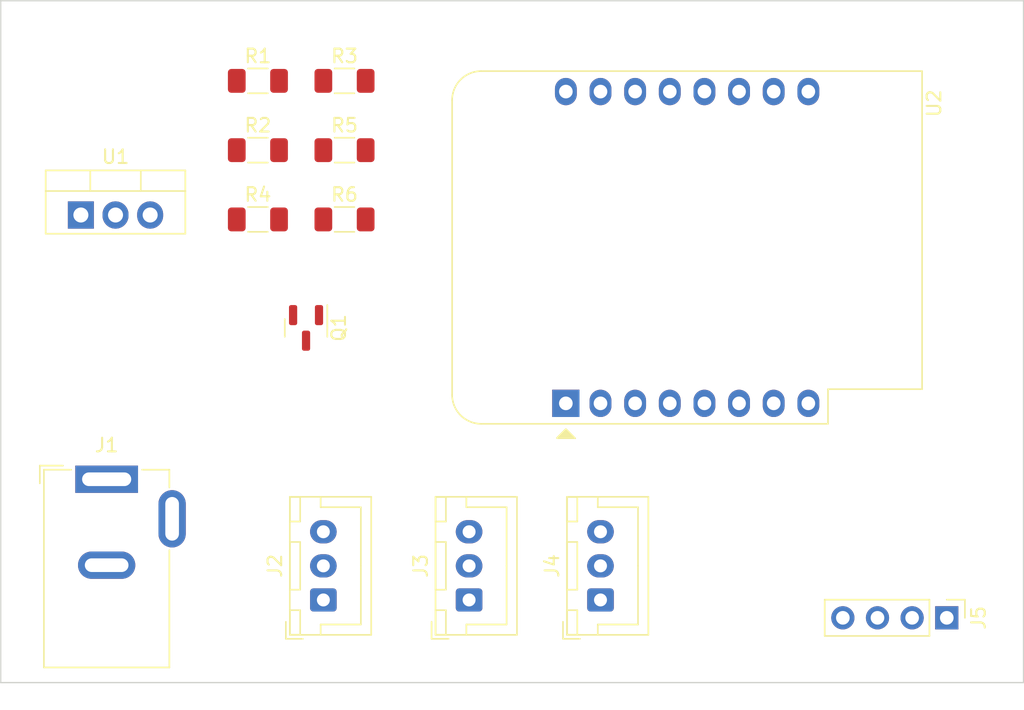
<source format=kicad_pcb>
(kicad_pcb (version 20211014) (generator pcbnew)
  (layers (0 "F.Cu" signal) (31 "B.Cu" signal) (34 "B.Paste" user) (35 "F.Paste" user) (36 "B.SilkS" user "B.Silkscreen") (37 "F.SilkS" user "F.Silkscreen") (38 "B.Mask" user) (39 "F.Mask" user) (44 "Edge.Cuts" user))
  (net 0 "")
  (net 1 "+12V")
  (net 2 "GND")
  (net 3 "Net-(J2-Pad2)")
  (net 4 "+3V3")
  (net 5 "Net-(J5-Pad3)")
  (net 6 "Net-(J5-Pad4)")
  (net 7 "Net-(Q1-Pad2)")
  (net 8 "Net-(R4-Pad2)")
  (net 9 "+5V")
  (footprint "Resistor_SMD:R_1206_3216Metric_Pad1.30x1.75mm_HandSolder" (layer "F.Cu") (at 68.86 66.04)
    (fp_text reference "R4" (at 0 -1.82) (layer "F.SilkS"))
    (fp_text value "10K")
    (fp_line (start -0.727064 -0.91) (end 0.727064 -0.91) (layer "F.SilkS") (width 0.12))
    (fp_line (start -0.727064 0.91) (end 0.727064 0.91) (layer "F.SilkS") (width 0.12))
    (pad "1" smd roundrect locked (at -1.55 0) (size 1.3 1.75) (layers "F.Cu" "F.Paste" "F.Mask") (roundrect_rratio 0.192308) (net 2 "GND"))
    (pad "2" smd roundrect locked (at 1.55 0) (size 1.3 1.75) (layers "F.Cu" "F.Paste" "F.Mask") (roundrect_rratio 0.192308) (net 8 "Net-(R4-Pad2)"))
  )
  (footprint "Connector_JST:JST_XH_B3B-XH-A_1x03_P2.50mm_Vertical" (layer "F.Cu") (at 93.98 93.94 90)
    (fp_text reference "J4" (at 2.5 -3.55 90) (layer "F.SilkS"))
    (fp_text value "Conn_01x03_Male")
    (fp_line (start -1.6 -2.75) (end -2.85 -2.75) (layer "F.SilkS") (width 0.12))
    (fp_line (start 6.8 2.75) (end 2.5 2.75) (layer "F.SilkS") (width 0.12))
    (fp_line (start 0.75 -2.45) (end 0.75 -1.7) (layer "F.SilkS") (width 0.12))
    (fp_line (start 7.55 -1.7) (end 7.55 -2.45) (layer "F.SilkS") (width 0.12))
    (fp_line (start 0.75 -1.7) (end 4.25 -1.7) (layer "F.SilkS") (width 0.12))
    (fp_line (start 7.56 3.51) (end 7.56 -2.46) (layer "F.SilkS") (width 0.12))
    (fp_line (start -2.55 -1.7) (end -0.75 -1.7) (layer "F.SilkS") (width 0.12))
    (fp_line (start 4.25 -2.45) (end 0.75 -2.45) (layer "F.SilkS") (width 0.12))
    (fp_line (start -1.8 2.75) (end 2.5 2.75) (layer "F.SilkS") (width 0.12))
    (fp_line (start 7.55 -2.45) (end 5.75 -2.45) (layer "F.SilkS") (width 0.12))
    (fp_line (start -0.75 -2.45) (end -2.55 -2.45) (layer "F.SilkS") (width 0.12))
    (fp_line (start -2.55 -2.45) (end -2.55 -1.7) (layer "F.SilkS") (width 0.12))
    (fp_line (start -1.8 -0.2) (end -1.8 2.75) (layer "F.SilkS") (width 0.12))
    (fp_line (start -0.75 -1.7) (end -0.75 -2.45) (layer "F.SilkS") (width 0.12))
    (fp_line (start 5.75 -1.7) (end 7.55 -1.7) (layer "F.SilkS") (width 0.12))
    (fp_line (start 4.25 -1.7) (end 4.25 -2.45) (layer "F.SilkS") (width 0.12))
    (fp_line (start -2.56 -2.46) (end -2.56 3.51) (layer "F.SilkS") (width 0.12))
    (fp_line (start -2.55 -0.2) (end -1.8 -0.2) (layer "F.SilkS") (width 0.12))
    (fp_line (start -2.85 -2.75) (end -2.85 -1.5) (layer "F.SilkS") (width 0.12))
    (fp_line (start 6.8 -0.2) (end 6.8 2.75) (layer "F.SilkS") (width 0.12))
    (fp_line (start 5.75 -2.45) (end 5.75 -1.7) (layer "F.SilkS") (width 0.12))
    (fp_line (start -2.56 3.51) (end 7.56 3.51) (layer "F.SilkS") (width 0.12))
    (fp_line (start 7.56 -2.46) (end -2.56 -2.46) (layer "F.SilkS") (width 0.12))
    (fp_line (start 7.55 -0.2) (end 6.8 -0.2) (layer "F.SilkS") (width 0.12))
    (pad "1" thru_hole roundrect locked (at 0 0 90) (size 1.7 1.95) (drill 0.95) (layers *.Cu *.Mask) (roundrect_rratio 0.147059) (net 2 "GND"))
    (pad "2" thru_hole oval locked (at 2.5 0 90) (size 1.7 1.95) (drill 0.95) (layers *.Cu *.Mask) (net 3 "Net-(J2-Pad2)"))
    (pad "3" thru_hole oval locked (at 5 0 90) (size 1.7 1.95) (drill 0.95) (layers *.Cu *.Mask) (net 4 "+3V3"))
  )
  (footprint "Connector_BarrelJack:BarrelJack_GCT_DCJ200-10-A_Horizontal" (layer "F.Cu") (at 57.77 85.09)
    (fp_text reference "J1" (at 0 -2.5) (layer "F.SilkS"))
    (fp_text value "Barrel_Jack")
    (fp_line (start -4.6 -0.7) (end -2.6 -0.7) (layer "F.SilkS") (width 0.12))
    (fp_line (start -4.6 13.8) (end -4.6 -0.7) (layer "F.SilkS") (width 0.12))
    (fp_line (start -4.9 -1) (end -4.9 0.3) (layer "F.SilkS") (width 0.12))
    (fp_line (start 4.6 -0.7) (end 4.6 0.6) (layer "F.SilkS") (width 0.12))
    (fp_line (start 4.6 5.2) (end 4.6 13.8) (layer "F.SilkS") (width 0.12))
    (fp_line (start 4.6 13.8) (end -4.6 13.8) (layer "F.SilkS") (width 0.12))
    (fp_line (start -3.2 -1) (end -4.9 -1) (layer "F.SilkS") (width 0.12))
    (fp_line (start 2.6 -0.7) (end 4.6 -0.7) (layer "F.SilkS") (width 0.12))
    (pad "1" thru_hole rect locked (at 0 0) (size 4.6 2) (drill oval 3.6 1) (layers *.Cu *.Mask) (net 1 "+12V"))
    (pad "2" thru_hole oval locked (at 0 6.3) (size 4.2 2) (drill oval 3.2 1) (layers *.Cu *.Mask) (net 2 "GND"))
    (pad "3" thru_hole oval locked (at 4.8 2.9) (size 2 4.2) (drill oval 1 3.2) (layers *.Cu *.Mask))
  )
  (footprint "Resistor_SMD:R_1206_3216Metric_Pad1.30x1.75mm_HandSolder" (layer "F.Cu") (at 68.86 55.88)
    (fp_text reference "R1" (at 0 -1.82) (layer "F.SilkS"))
    (fp_text value "10K")
    (fp_line (start -0.727064 0.91) (end 0.727064 0.91) (layer "F.SilkS") (width 0.12))
    (fp_line (start -0.727064 -0.91) (end 0.727064 -0.91) (layer "F.SilkS") (width 0.12))
    (pad "1" smd roundrect locked (at -1.55 0) (size 1.3 1.75) (layers "F.Cu" "F.Paste" "F.Mask") (roundrect_rratio 0.192308) (net 1 "+12V"))
    (pad "2" smd roundrect locked (at 1.55 0) (size 1.3 1.75) (layers "F.Cu" "F.Paste" "F.Mask") (roundrect_rratio 0.192308) (net 6 "Net-(J5-Pad4)"))
  )
  (footprint "Connector_PinHeader_2.54mm:PinHeader_1x04_P2.54mm_Vertical" (layer "F.Cu") (at 119.37 95.25 -90)
    (fp_text reference "J5" (at 0 -2.33 90) (layer "F.SilkS"))
    (fp_text value "Conn_01x04_Male")
    (fp_line (start -1.33 1.27) (end 1.33 1.27) (layer "F.SilkS") (width 0.12))
    (fp_line (start -1.33 1.27) (end -1.33 8.95) (layer "F.SilkS") (width 0.12))
    (fp_line (start 1.33 1.27) (end 1.33 8.95) (layer "F.SilkS") (width 0.12))
    (fp_line (start -1.33 -1.33) (end 0 -1.33) (layer "F.SilkS") (width 0.12))
    (fp_line (start -1.33 8.95) (end 1.33 8.95) (layer "F.SilkS") (width 0.12))
    (fp_line (start -1.33 0) (end -1.33 -1.33) (layer "F.SilkS") (width 0.12))
    (pad "1" thru_hole rect locked (at 0 0 270) (size 1.7 1.7) (drill 1) (layers *.Cu *.Mask) (net 2 "GND"))
    (pad "2" thru_hole oval locked (at 0 2.54 270) (size 1.7 1.7) (drill 1) (layers *.Cu *.Mask) (net 1 "+12V"))
    (pad "3" thru_hole oval locked (at 0 5.08 270) (size 1.7 1.7) (drill 1) (layers *.Cu *.Mask) (net 5 "Net-(J5-Pad3)"))
    (pad "4" thru_hole oval locked (at 0 7.62 270) (size 1.7 1.7) (drill 1) (layers *.Cu *.Mask) (net 6 "Net-(J5-Pad4)"))
  )
  (footprint "Resistor_SMD:R_1206_3216Metric_Pad1.30x1.75mm_HandSolder" (layer "F.Cu") (at 75.21 60.96)
    (fp_text reference "R5" (at 0 -1.82) (layer "F.SilkS"))
    (fp_text value "4K7")
    (fp_line (start -0.727064 -0.91) (end 0.727064 -0.91) (layer "F.SilkS") (width 0.12))
    (fp_line (start -0.727064 0.91) (end 0.727064 0.91) (layer "F.SilkS") (width 0.12))
    (pad "1" smd roundrect locked (at -1.55 0) (size 1.3 1.75) (layers "F.Cu" "F.Paste" "F.Mask") (roundrect_rratio 0.192308) (net 2 "GND"))
    (pad "2" smd roundrect locked (at 1.55 0) (size 1.3 1.75) (layers "F.Cu" "F.Paste" "F.Mask") (roundrect_rratio 0.192308) (net 5 "Net-(J5-Pad3)"))
  )
  (footprint "Resistor_SMD:R_1206_3216Metric_Pad1.30x1.75mm_HandSolder" (layer "F.Cu") (at 75.21 66.04)
    (fp_text reference "R6" (at 0 -1.82) (layer "F.SilkS"))
    (fp_text value "27K4")
    (fp_line (start -0.727064 0.91) (end 0.727064 0.91) (layer "F.SilkS") (width 0.12))
    (fp_line (start -0.727064 -0.91) (end 0.727064 -0.91) (layer "F.SilkS") (width 0.12))
    (pad "1" smd roundrect locked (at -1.55 0) (size 1.3 1.75) (layers "F.Cu" "F.Paste" "F.Mask") (roundrect_rratio 0.192308) (net 8 "Net-(R4-Pad2)"))
    (pad "2" smd roundrect locked (at 1.55 0) (size 1.3 1.75) (layers "F.Cu" "F.Paste" "F.Mask") (roundrect_rratio 0.192308) (net 5 "Net-(J5-Pad3)"))
  )
  (footprint "Resistor_SMD:R_1206_3216Metric_Pad1.30x1.75mm_HandSolder" (layer "F.Cu") (at 75.21 55.88)
    (fp_text reference "R3" (at 0 -1.82) (layer "F.SilkS"))
    (fp_text value "4K7")
    (fp_line (start -0.727064 -0.91) (end 0.727064 -0.91) (layer "F.SilkS") (width 0.12))
    (fp_line (start -0.727064 0.91) (end 0.727064 0.91) (layer "F.SilkS") (width 0.12))
    (pad "1" smd roundrect locked (at -1.55 0) (size 1.3 1.75) (layers "F.Cu" "F.Paste" "F.Mask") (roundrect_rratio 0.192308) (net 3 "Net-(J2-Pad2)"))
    (pad "2" smd roundrect locked (at 1.55 0) (size 1.3 1.75) (layers "F.Cu" "F.Paste" "F.Mask") (roundrect_rratio 0.192308) (net 4 "+3V3"))
  )
  (footprint "Connector_JST:JST_XH_B3B-XH-A_1x03_P2.50mm_Vertical" (layer "F.Cu") (at 84.345 93.94 90)
    (fp_text reference "J3" (at 2.5 -3.55 90) (layer "F.SilkS"))
    (fp_text value "Conn_01x03_Male")
    (fp_line (start -2.55 -1.7) (end -0.75 -1.7) (layer "F.SilkS") (width 0.12))
    (fp_line (start 4.25 -2.45) (end 0.75 -2.45) (layer "F.SilkS") (width 0.12))
    (fp_line (start -2.55 -0.2) (end -1.8 -0.2) (layer "F.SilkS") (width 0.12))
    (fp_line (start 7.56 3.51) (end 7.56 -2.46) (layer "F.SilkS") (width 0.12))
    (fp_line (start -2.55 -2.45) (end -2.55 -1.7) (layer "F.SilkS") (width 0.12))
    (fp_line (start -1.6 -2.75) (end -2.85 -2.75) (layer "F.SilkS") (width 0.12))
    (fp_line (start -2.85 -2.75) (end -2.85 -1.5) (layer "F.SilkS") (width 0.12))
    (fp_line (start 6.8 -0.2) (end 6.8 2.75) (layer "F.SilkS") (width 0.12))
    (fp_line (start 6.8 2.75) (end 2.5 2.75) (layer "F.SilkS") (width 0.12))
    (fp_line (start 7.55 -1.7) (end 7.55 -2.45) (layer "F.SilkS") (width 0.12))
    (fp_line (start -1.8 -0.2) (end -1.8 2.75) (layer "F.SilkS") (width 0.12))
    (fp_line (start 7.55 -2.45) (end 5.75 -2.45) (layer "F.SilkS") (width 0.12))
    (fp_line (start 0.75 -2.45) (end 0.75 -1.7) (layer "F.SilkS") (width 0.12))
    (fp_line (start -1.8 2.75) (end 2.5 2.75) (layer "F.SilkS") (width 0.12))
    (fp_line (start 7.56 -2.46) (end -2.56 -2.46) (layer "F.SilkS") (width 0.12))
    (fp_line (start 7.55 -0.2) (end 6.8 -0.2) (layer "F.SilkS") (width 0.12))
    (fp_line (start 4.25 -1.7) (end 4.25 -2.45) (layer "F.SilkS") (width 0.12))
    (fp_line (start -0.75 -2.45) (end -2.55 -2.45) (layer "F.SilkS") (width 0.12))
    (fp_line (start 5.75 -2.45) (end 5.75 -1.7) (layer "F.SilkS") (width 0.12))
    (fp_line (start 0.75 -1.7) (end 4.25 -1.7) (layer "F.SilkS") (width 0.12))
    (fp_line (start -2.56 -2.46) (end -2.56 3.51) (layer "F.SilkS") (width 0.12))
    (fp_line (start -2.56 3.51) (end 7.56 3.51) (layer "F.SilkS") (width 0.12))
    (fp_line (start -0.75 -1.7) (end -0.75 -2.45) (layer "F.SilkS") (width 0.12))
    (fp_line (start 5.75 -1.7) (end 7.55 -1.7) (layer "F.SilkS") (width 0.12))
    (pad "1" thru_hole roundrect locked (at 0 0 90) (size 1.7 1.95) (drill 0.95) (layers *.Cu *.Mask) (roundrect_rratio 0.147059) (net 2 "GND"))
    (pad "2" thru_hole oval locked (at 2.5 0 90) (size 1.7 1.95) (drill 0.95) (layers *.Cu *.Mask) (net 3 "Net-(J2-Pad2)"))
    (pad "3" thru_hole oval locked (at 5 0 90) (size 1.7 1.95) (drill 0.95) (layers *.Cu *.Mask) (net 4 "+3V3"))
  )
  (footprint "Connector_JST:JST_XH_B3B-XH-A_1x03_P2.50mm_Vertical" (layer "F.Cu") (at 73.66 93.94 90)
    (fp_text reference "J2" (at 2.5 -3.55 90) (layer "F.SilkS"))
    (fp_text value "Conn_01x03_Male")
    (fp_line (start 7.55 -2.45) (end 5.75 -2.45) (layer "F.SilkS") (width 0.12))
    (fp_line (start 4.25 -1.7) (end 4.25 -2.45) (layer "F.SilkS") (width 0.12))
    (fp_line (start 6.8 2.75) (end 2.5 2.75) (layer "F.SilkS") (width 0.12))
    (fp_line (start -2.56 -2.46) (end -2.56 3.51) (layer "F.SilkS") (width 0.12))
    (fp_line (start 7.56 -2.46) (end -2.56 -2.46) (layer "F.SilkS") (width 0.12))
    (fp_line (start 5.75 -1.7) (end 7.55 -1.7) (layer "F.SilkS") (width 0.12))
    (fp_line (start -1.8 -0.2) (end -1.8 2.75) (layer "F.SilkS") (width 0.12))
    (fp_line (start -1.6 -2.75) (end -2.85 -2.75) (layer "F.SilkS") (width 0.12))
    (fp_line (start 0.75 -1.7) (end 4.25 -1.7) (layer "F.SilkS") (width 0.12))
    (fp_line (start -0.75 -1.7) (end -0.75 -2.45) (layer "F.SilkS") (width 0.12))
    (fp_line (start 0.75 -2.45) (end 0.75 -1.7) (layer "F.SilkS") (width 0.12))
    (fp_line (start -1.8 2.75) (end 2.5 2.75) (layer "F.SilkS") (width 0.12))
    (fp_line (start 7.55 -0.2) (end 6.8 -0.2) (layer "F.SilkS") (width 0.12))
    (fp_line (start -2.56 3.51) (end 7.56 3.51) (layer "F.SilkS") (width 0.12))
    (fp_line (start 6.8 -0.2) (end 6.8 2.75) (layer "F.SilkS") (width 0.12))
    (fp_line (start 7.55 -1.7) (end 7.55 -2.45) (layer "F.SilkS") (width 0.12))
    (fp_line (start 5.75 -2.45) (end 5.75 -1.7) (layer "F.SilkS") (width 0.12))
    (fp_line (start -2.55 -1.7) (end -0.75 -1.7) (layer "F.SilkS") (width 0.12))
    (fp_line (start -2.55 -2.45) (end -2.55 -1.7) (layer "F.SilkS") (width 0.12))
    (fp_line (start -2.55 -0.2) (end -1.8 -0.2) (layer "F.SilkS") (width 0.12))
    (fp_line (start -2.85 -2.75) (end -2.85 -1.5) (layer "F.SilkS") (width 0.12))
    (fp_line (start 4.25 -2.45) (end 0.75 -2.45) (layer "F.SilkS") (width 0.12))
    (fp_line (start 7.56 3.51) (end 7.56 -2.46) (layer "F.SilkS") (width 0.12))
    (fp_line (start -0.75 -2.45) (end -2.55 -2.45) (layer "F.SilkS") (width 0.12))
    (pad "1" thru_hole roundrect locked (at 0 0 90) (size 1.7 1.95) (drill 0.95) (layers *.Cu *.Mask) (roundrect_rratio 0.147059) (net 2 "GND"))
    (pad "2" thru_hole oval locked (at 2.5 0 90) (size 1.7 1.95) (drill 0.95) (layers *.Cu *.Mask) (net 3 "Net-(J2-Pad2)"))
    (pad "3" thru_hole oval locked (at 5 0 90) (size 1.7 1.95) (drill 0.95) (layers *.Cu *.Mask) (net 4 "+3V3"))
  )
  (footprint "Package_TO_SOT_SMD:SOT-23" (layer "F.Cu") (at 72.39 73.9925 -90)
    (fp_text reference "Q1" (at 0 -2.4 90) (layer "F.SilkS"))
    (fp_text value "BSS138")
    (fp_line (start 0 -1.56) (end 0.65 -1.56) (layer "F.SilkS") (width 0.12))
    (fp_line (start 0 1.56) (end -0.65 1.56) (layer "F.SilkS") (width 0.12))
    (fp_line (start 0 1.56) (end 0.65 1.56) (layer "F.SilkS") (width 0.12))
    (fp_line (start 0 -1.56) (end -1.675 -1.56) (layer "F.SilkS") (width 0.12))
    (pad "1" smd roundrect locked (at -0.9375 -0.95 270) (size 1.475 0.6) (layers "F.Cu" "F.Paste" "F.Mask") (net 4 "+3V3"))
    (pad "2" smd roundrect locked (at -0.9375 0.95 270) (size 1.475 0.6) (layers "F.Cu" "F.Paste" "F.Mask") (net 7 "Net-(Q1-Pad2)"))
    (pad "3" smd roundrect locked (at 0.9375 0 270) (size 1.475 0.6) (layers "F.Cu" "F.Paste" "F.Mask") (net 6 "Net-(J5-Pad4)"))
  )
  (footprint "Resistor_SMD:R_1206_3216Metric_Pad1.30x1.75mm_HandSolder" (layer "F.Cu") (at 68.86 60.96)
    (fp_text reference "R2" (at 0 -1.82) (layer "F.SilkS"))
    (fp_text value "10K")
    (fp_line (start -0.727064 -0.91) (end 0.727064 -0.91) (layer "F.SilkS") (width 0.12))
    (fp_line (start -0.727064 0.91) (end 0.727064 0.91) (layer "F.SilkS") (width 0.12))
    (pad "1" smd roundrect locked (at -1.55 0) (size 1.3 1.75) (layers "F.Cu" "F.Paste" "F.Mask") (roundrect_rratio 0.192308) (net 7 "Net-(Q1-Pad2)"))
    (pad "2" smd roundrect locked (at 1.55 0) (size 1.3 1.75) (layers "F.Cu" "F.Paste" "F.Mask") (roundrect_rratio 0.192308) (net 4 "+3V3"))
  )
  (footprint "Module:WEMOS_D1_mini_light" (layer "F.Cu") (at 91.44 79.525 90)
    (fp_text reference "U2" (at 22 27 90) (layer "F.SilkS"))
    (fp_text value "WeMos_D1_mini")
    (fp_line (start -1.5 19.22) (end -1.5 -6.21) (layer "F.SilkS") (width 0.12))
    (fp_line (start -1.5 19.22) (end 1.04 19.22) (layer "F.SilkS") (width 0.12))
    (fp_line (start 1.04 19.22) (end 1.04 26.12) (layer "F.SilkS") (width 0.12))
    (fp_line (start 1.04 26.12) (end 24.36 26.12) (layer "F.SilkS") (width 0.12))
    (fp_line (start 24.36 26.12) (end 24.36 -6.21) (layer "F.SilkS") (width 0.12))
    (fp_line (start 22.24 -8.34) (end 0.63 -8.34) (layer "F.SilkS") (width 0.12))
    (fp_arc (start 22.23 -8.34) (mid 23.736137 -7.716137) (end 24.36 -6.21) (layer "F.SilkS") (width 0.12))
    (fp_arc (start -1.5 -6.21) (mid -0.876137 -7.716137) (end 0.63 -8.34) (layer "F.SilkS") (width 0.12))
    (fp_poly (pts (xy -2.54 -0.635) (xy -2.54 0.635) (xy -1.905 0)) (layer "F.SilkS") (width 0.15) (fill solid))
    (pad "1" thru_hole rect locked (at 0 0 90) (size 2 2) (drill 1) (layers *.Cu *.Mask))
    (pad "2" thru_hole oval locked (at 0 2.54 90) (size 2 1.6) (drill 1) (layers *.Cu *.Mask))
    (pad "3" thru_hole oval locked (at 0 5.08 90) (size 2 1.6) (drill 1) (layers *.Cu *.Mask) (net 3 "Net-(J2-Pad2)"))
    (pad "4" thru_hole oval locked (at 0 7.62 90) (size 2 1.6) (drill 1) (layers *.Cu *.Mask))
    (pad "5" thru_hole oval locked (at 0 10.16 90) (size 2 1.6) (drill 1) (layers *.Cu *.Mask))
    (pad "6" thru_hole oval locked (at 0 12.7 90) (size 2 1.6) (drill 1) (layers *.Cu *.Mask))
    (pad "7" thru_hole oval locked (at 0 15.24 90) (size 2 1.6) (drill 1) (layers *.Cu *.Mask))
    (pad "8" thru_hole oval locked (at 0 17.78 90) (size 2 1.6) (drill 1) (layers *.Cu *.Mask) (net 4 "+3V3"))
    (pad "9" thru_hole oval locked (at 22.86 17.78 90) (size 2 1.6) (drill 1) (layers *.Cu *.Mask) (net 9 "+5V"))
    (pad "10" thru_hole oval locked (at 22.86 15.24 90) (size 2 1.6) (drill 1) (layers *.Cu *.Mask) (net 2 "GND"))
    (pad "11" thru_hole oval locked (at 22.86 12.7 90) (size 2 1.6) (drill 1) (layers *.Cu *.Mask))
    (pad "12" thru_hole oval locked (at 22.86 10.16 90) (size 2 1.6) (drill 1) (layers *.Cu *.Mask))
    (pad "13" thru_hole oval locked (at 22.86 7.62 90) (size 2 1.6) (drill 1) (layers *.Cu *.Mask) (net 7 "Net-(Q1-Pad2)"))
    (pad "14" thru_hole oval locked (at 22.86 5.08 90) (size 2 1.6) (drill 1) (layers *.Cu *.Mask) (net 8 "Net-(R4-Pad2)"))
    (pad "15" thru_hole oval locked (at 22.86 2.54 90) (size 2 1.6) (drill 1) (layers *.Cu *.Mask))
    (pad "16" thru_hole oval locked (at 22.86 0 90) (size 2 1.6) (drill 1) (layers *.Cu *.Mask))
  )
  (footprint "Package_TO_SOT_THT:TO-220-3_Vertical" (layer "F.Cu") (at 55.88 65.715)
    (fp_text reference "U1" (at 2.54 -4.27) (layer "F.SilkS"))
    (fp_text value "L7805")
    (fp_line (start -2.58 -1.76) (end 7.66 -1.76) (layer "F.SilkS") (width 0.12))
    (fp_line (start -2.58 1.371) (end 7.66 1.371) (layer "F.SilkS") (width 0.12))
    (fp_line (start 0.69 -3.27) (end 0.69 -1.76) (layer "F.SilkS") (width 0.12))
    (fp_line (start -2.58 -3.27) (end 7.66 -3.27) (layer "F.SilkS") (width 0.12))
    (fp_line (start -2.58 -3.27) (end -2.58 1.371) (layer "F.SilkS") (width 0.12))
    (fp_line (start 4.391 -3.27) (end 4.391 -1.76) (layer "F.SilkS") (width 0.12))
    (fp_line (start 7.66 -3.27) (end 7.66 1.371) (layer "F.SilkS") (width 0.12))
    (pad "1" thru_hole rect locked (at 0 0) (size 1.905 2) (drill 1.1) (layers *.Cu *.Mask) (net 1 "+12V"))
    (pad "2" thru_hole oval locked (at 2.54 0) (size 1.905 2) (drill 1.1) (layers *.Cu *.Mask) (net 2 "GND"))
    (pad "3" thru_hole oval locked (at 5.08 0) (size 1.905 2) (drill 1.1) (layers *.Cu *.Mask) (net 9 "+5V"))
  )
  (gr_rect (start 50 50) (end 125 100) (layer "Edge.Cuts") (width 0.1) (fill none))
)
</source>
